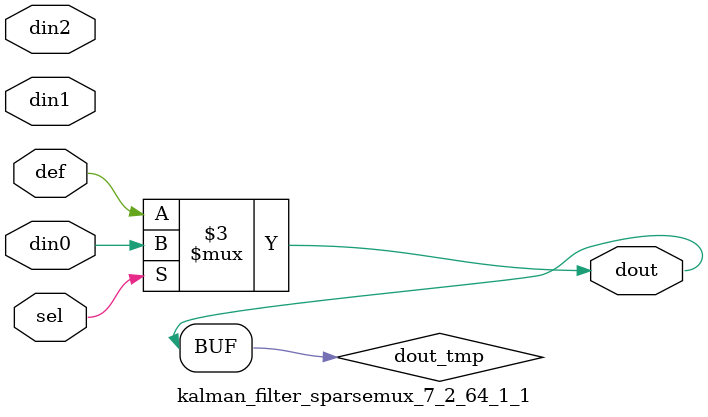
<source format=v>
`timescale 1ns / 1ps

module kalman_filter_sparsemux_7_2_64_1_1 (din0,din1,din2,def,sel,dout);

parameter din0_WIDTH = 1;

parameter din1_WIDTH = 1;

parameter din2_WIDTH = 1;

parameter def_WIDTH = 1;
parameter sel_WIDTH = 1;
parameter dout_WIDTH = 1;

parameter [sel_WIDTH-1:0] CASE0 = 1;

parameter [sel_WIDTH-1:0] CASE1 = 1;

parameter [sel_WIDTH-1:0] CASE2 = 1;

parameter ID = 1;
parameter NUM_STAGE = 1;



input [din0_WIDTH-1:0] din0;

input [din1_WIDTH-1:0] din1;

input [din2_WIDTH-1:0] din2;

input [def_WIDTH-1:0] def;
input [sel_WIDTH-1:0] sel;

output [dout_WIDTH-1:0] dout;



reg [dout_WIDTH-1:0] dout_tmp;


always @ (*) begin
(* parallel_case *) case (sel)
    
    CASE0 : dout_tmp = din0;
    
    CASE1 : dout_tmp = din1;
    
    CASE2 : dout_tmp = din2;
    
    default : dout_tmp = def;
endcase
end


assign dout = dout_tmp;



endmodule

</source>
